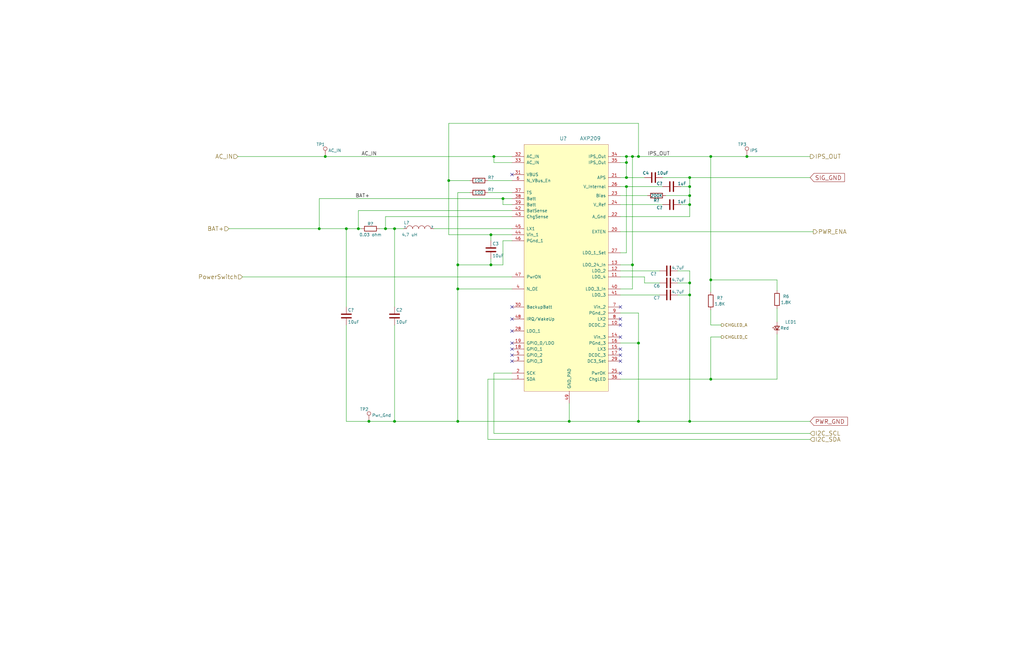
<source format=kicad_sch>
(kicad_sch (version 20210621) (generator eeschema)
  (paper "B")
  (title_block (title "ConnectBox CM4 Battery Board - 4 Batteries") (date "2022-01-05") (rev "1.7.4") (comment 1 "JRA"))
  (lib_symbols
    (symbol "Connector:TestPoint" (pin_numbers hide) (pin_names (offset 0.762) hide)
      (property "Reference" "TP" (at 0 6.858 0))
      (property "Value" "TestPoint" (at 0 5.08 0))
      (symbol "TestPoint_0_1"
        (circle (center 0 3.302) (radius 0.762))
      )
      (symbol "TestPoint_1_1"
        (pin passive line (at 0 0 90) (length 2.54) (name "1") (number "1"))
      )
    )
    (symbol "Custom_1:AXP209" (pin_names (offset 1.016))
      (property "Reference" "U" (at -6.35 40.64 0))
      (property "Value" "AXP209" (at 5.08 40.64 0))
      (symbol "AXP209_0_1"
        (rectangle (start -22.86 38.1) (end 12.7 -66.04) (stroke (width 0.0254)) (fill (type background)))
      )
      (symbol "AXP209_1_1"
        (pin input line (at -27.94 -60.96 0) (length 5.08) (name "SDA") (number "1"))
        (pin input line (at 17.78 -38.1 180) (length 5.08) (name "DCDC_2") (number "10"))
        (pin input line (at 17.78 -17.78 180) (length 5.08) (name "LDO_4") (number "11"))
        (pin input line (at 17.78 -15.24 180) (length 5.08) (name "LDO_2") (number "12"))
        (pin input line (at 17.78 -12.7 180) (length 5.08) (name "LDO_24_In") (number "13"))
        (pin input line (at 17.78 -43.18 180) (length 5.08) (name "Vin_3") (number "14"))
        (pin input line (at 17.78 -48.26 180) (length 5.08) (name "LX3") (number "15"))
        (pin input line (at 17.78 -45.72 180) (length 5.08) (name "PGnd_3") (number "16"))
        (pin input line (at 17.78 -50.8 180) (length 5.08) (name "DCDC_3") (number "17"))
        (pin input line (at -27.94 -48.26 0) (length 5.08) (name "GPIO_1") (number "18"))
        (pin input line (at -27.94 -45.72 0) (length 5.08) (name "GPIO_0/LDO") (number "19"))
        (pin input line (at -27.94 -58.42 0) (length 5.08) (name "SCK") (number "2"))
        (pin output line (at 17.78 1.27 180) (length 5.08) (name "EXTEN") (number "20"))
        (pin input line (at 17.78 24.13 180) (length 5.08) (name "APS") (number "21"))
        (pin input line (at 17.78 7.62 180) (length 5.08) (name "A_Gnd") (number "22"))
        (pin input line (at 17.78 16.51 180) (length 5.08) (name "Bias") (number "23"))
        (pin input line (at 17.78 12.7 180) (length 5.08) (name "V_Ref") (number "24"))
        (pin input line (at 17.78 -58.42 180) (length 5.08) (name "PwrOK") (number "25"))
        (pin input line (at 17.78 20.32 180) (length 5.08) (name "V_Internal") (number "26"))
        (pin input line (at 17.78 -7.62 180) (length 5.08) (name "LDO_1_Set") (number "27"))
        (pin input line (at -27.94 -40.64 0) (length 5.08) (name "LDO_1") (number "28"))
        (pin input line (at 17.78 -53.34 180) (length 5.08) (name "DC3_Set") (number "29"))
        (pin input line (at -27.94 -53.34 0) (length 5.08) (name "GPIO_3") (number "3"))
        (pin input line (at -27.94 -30.48 0) (length 5.08) (name "BackupBatt") (number "30"))
        (pin input line (at -27.94 25.4 0) (length 5.08) (name "VBUS") (number "31"))
        (pin input line (at -27.94 33.02 0) (length 5.08) (name "AC_IN") (number "32"))
        (pin input line (at -27.94 30.48 0) (length 5.08) (name "AC_IN") (number "33"))
        (pin input line (at 17.78 33.02 180) (length 5.08) (name "IPS_Out") (number "34"))
        (pin input line (at 17.78 30.48 180) (length 5.08) (name "IPS_Out") (number "35"))
        (pin input line (at 17.78 -60.96 180) (length 5.08) (name "ChgLED") (number "36"))
        (pin input line (at -27.94 17.78 0) (length 5.08) (name "TS") (number "37"))
        (pin input line (at -27.94 15.24 0) (length 5.08) (name "Batt") (number "38"))
        (pin input line (at -27.94 12.7 0) (length 5.08) (name "Batt") (number "39"))
        (pin input line (at -27.94 -22.86 0) (length 5.08) (name "N_OE") (number "4"))
        (pin input line (at 17.78 -22.86 180) (length 5.08) (name "LDO_3_In") (number "40"))
        (pin input line (at 17.78 -25.4 180) (length 5.08) (name "LDO_3") (number "41"))
        (pin input line (at -27.94 10.16 0) (length 5.08) (name "BatSense") (number "42"))
        (pin input line (at -27.94 7.62 0) (length 5.08) (name "ChgSense") (number "43"))
        (pin input line (at -27.94 0 0) (length 5.08) (name "Vin_1") (number "44"))
        (pin input line (at -27.94 2.54 0) (length 5.08) (name "LX1") (number "45"))
        (pin input line (at -27.94 -2.54 0) (length 5.08) (name "PGnd_1") (number "46"))
        (pin input line (at -27.94 -17.78 0) (length 5.08) (name "PwrON") (number "47"))
        (pin input line (at -27.94 -35.56 0) (length 5.08) (name "IRQ/WakeUp") (number "48"))
        (pin input line (at -3.81 -71.12 90) (length 5.08) (name "GND_PAD") (number "49"))
        (pin input line (at -27.94 -50.8 0) (length 5.08) (name "GPIO_2") (number "5"))
        (pin input line (at -27.94 22.86 0) (length 5.08) (name "N_VBus_En") (number "6"))
        (pin input line (at 17.78 -30.48 180) (length 5.08) (name "Vin_2") (number "7"))
        (pin input line (at 17.78 -35.56 180) (length 5.08) (name "LX2") (number "8"))
        (pin input line (at 17.78 -33.02 180) (length 5.08) (name "PGnd_2") (number "9"))
      )
    )
    (symbol "Custom_1:INDUCTOR" (pin_numbers hide) (pin_names (offset 0))
      (property "Reference" "L" (at 0 2.54 0))
      (property "Value" "INDUCTOR" (at 0 -1.27 0))
      (symbol "INDUCTOR_0_1"
        (arc (start -2.54 0) (end -5.08 0) (radius (at -3.81 0) (length 1.27) (angles 0.1 179.9)))
        (arc (start 0 0) (end -2.54 0) (radius (at -1.27 0) (length 1.27) (angles 0.1 179.9)))
        (arc (start 2.54 0) (end 0 0) (radius (at 1.27 0) (length 1.27) (angles 0.1 179.9)))
        (arc (start 5.08 0) (end 2.54 0) (radius (at 3.81 0) (length 1.27) (angles 0.1 179.9)))
      )
      (symbol "INDUCTOR_1_1"
        (pin input line (at -6.35 0 0) (length 1.27) (name "1") (number "1"))
        (pin input line (at 6.35 0 180) (length 1.27) (name "2") (number "2"))
      )
    )
    (symbol "Device:C" (pin_numbers hide) (pin_names (offset 0.254))
      (property "Reference" "C" (at 0.635 2.54 0))
      (property "Value" "C" (at 0.635 -2.54 0))
      (symbol "C_0_1"
        (polyline (pts (xy -2.032 -0.762) (xy 2.032 -0.762)) (stroke (width 0.508)))
        (polyline (pts (xy -2.032 0.762) (xy 2.032 0.762)) (stroke (width 0.508)))
      )
      (symbol "C_1_1"
        (pin passive line (at 0 3.81 270) (length 2.794) (name "~") (number "1"))
        (pin passive line (at 0 -3.81 90) (length 2.794) (name "~") (number "2"))
      )
    )
    (symbol "Device:LED_Small" (pin_numbers hide) (pin_names (offset 0.254) hide)
      (property "Reference" "D" (at -1.27 3.175 0))
      (property "Value" "LED_Small" (at -4.445 -2.54 0))
      (symbol "LED_Small_0_1"
        (polyline (pts (xy -0.762 -1.016) (xy -0.762 1.016)) (stroke (width 0.254)))
        (polyline (pts (xy 1.016 0) (xy -0.762 0)))
        (polyline (pts (xy 0.762 -1.016) (xy -0.762 0) (xy 0.762 1.016) (xy 0.762 -1.016)) (stroke (width 0.254)))
        (polyline (pts (xy 0 0.762) (xy -0.508 1.27) (xy -0.254 1.27) (xy -0.508 1.27) (xy -0.508 1.016)))
        (polyline (pts (xy 0.508 1.27) (xy 0 1.778) (xy 0.254 1.778) (xy 0 1.778) (xy 0 1.524)))
      )
      (symbol "LED_Small_1_1"
        (pin passive line (at -2.54 0 0) (length 1.778) (name "K") (number "1"))
        (pin passive line (at 2.54 0 180) (length 1.778) (name "A") (number "2"))
      )
    )
    (symbol "Device:R" (pin_numbers hide) (pin_names (offset 0))
      (property "Reference" "R" (at 2.032 0 90))
      (property "Value" "R" (at 0 0 90))
      (symbol "R_0_1"
        (rectangle (start -1.016 -2.54) (end 1.016 2.54) (stroke (width 0.254)))
      )
      (symbol "R_1_1"
        (pin passive line (at 0 3.81 270) (length 1.27) (name "~") (number "1"))
        (pin passive line (at 0 -3.81 90) (length 1.27) (name "~") (number "2"))
      )
    )
  )
  (junction (at 134.62 96.52) (diameter 1.016))
  (junction (at 137.16 66.04) (diameter 1.016))
  (junction (at 146.05 96.52) (diameter 1.016))
  (junction (at 151.13 96.52) (diameter 1.016))
  (junction (at 155.575 177.8) (diameter 1.016))
  (junction (at 162.56 96.52) (diameter 1.016))
  (junction (at 166.37 96.52) (diameter 1.016))
  (junction (at 166.37 177.8) (diameter 1.016))
  (junction (at 189.23 76.2) (diameter 1.016))
  (junction (at 193.04 111.76) (diameter 1.016))
  (junction (at 193.04 121.92) (diameter 1.016))
  (junction (at 193.04 177.8) (diameter 1.016))
  (junction (at 207.01 99.06) (diameter 1.016))
  (junction (at 207.01 111.76) (diameter 1.016))
  (junction (at 208.28 66.04) (diameter 1.016))
  (junction (at 212.09 83.82) (diameter 1.016))
  (junction (at 240.03 177.8) (diameter 1.016))
  (junction (at 264.16 66.04) (diameter 1.016))
  (junction (at 264.16 68.58) (diameter 1.016))
  (junction (at 264.16 74.93) (diameter 1.016))
  (junction (at 264.16 78.74) (diameter 1.016))
  (junction (at 266.7 66.04) (diameter 1.016))
  (junction (at 266.7 111.76) (diameter 1.016))
  (junction (at 269.24 66.04) (diameter 1.016))
  (junction (at 269.24 144.78) (diameter 1.016))
  (junction (at 269.24 177.8) (diameter 1.016))
  (junction (at 290.83 74.93) (diameter 1.016))
  (junction (at 290.83 78.74) (diameter 1.016))
  (junction (at 290.83 82.55) (diameter 1.016))
  (junction (at 290.83 86.36) (diameter 1.016))
  (junction (at 290.83 119.38) (diameter 1.016))
  (junction (at 290.83 124.46) (diameter 1.016))
  (junction (at 290.83 177.8) (diameter 1.016))
  (junction (at 299.72 66.04) (diameter 1.016))
  (junction (at 299.72 118.11) (diameter 1.016))
  (junction (at 299.72 160.02) (diameter 1.016))
  (junction (at 314.96 66.04) (diameter 1.016))
  (no_connect (at 215.9 73.66))
  (no_connect (at 215.9 129.54))
  (no_connect (at 215.9 134.62))
  (no_connect (at 215.9 139.7))
  (no_connect (at 215.9 144.78))
  (no_connect (at 215.9 147.32))
  (no_connect (at 215.9 149.86))
  (no_connect (at 215.9 152.4))
  (no_connect (at 261.62 129.54))
  (no_connect (at 261.62 134.62))
  (no_connect (at 261.62 137.16))
  (no_connect (at 261.62 142.24))
  (no_connect (at 261.62 147.32))
  (no_connect (at 261.62 149.86))
  (no_connect (at 261.62 152.4))
  (no_connect (at 261.62 157.48))
  (wire (pts (xy 96.52 96.52) (xy 134.62 96.52)))
  (wire (pts (xy 100.33 66.04) (xy 137.16 66.04)))
  (wire (pts (xy 134.62 83.82) (xy 134.62 96.52)))
  (wire (pts (xy 134.62 83.82) (xy 212.09 83.82)))
  (wire (pts (xy 134.62 96.52) (xy 146.05 96.52)))
  (wire (pts (xy 137.16 66.04) (xy 208.28 66.04)))
  (wire (pts (xy 146.05 96.52) (xy 151.13 96.52)))
  (wire (pts (xy 146.05 129.54) (xy 146.05 96.52)))
  (wire (pts (xy 146.05 137.16) (xy 146.05 177.8)))
  (wire (pts (xy 151.13 88.9) (xy 215.9 88.9)))
  (wire (pts (xy 151.13 96.52) (xy 151.13 88.9)))
  (wire (pts (xy 151.13 96.52) (xy 152.4 96.52)))
  (wire (pts (xy 155.575 177.8) (xy 146.05 177.8)))
  (wire (pts (xy 160.02 96.52) (xy 162.56 96.52)))
  (wire (pts (xy 162.56 91.44) (xy 162.56 96.52)))
  (wire (pts (xy 162.56 96.52) (xy 166.37 96.52)))
  (wire (pts (xy 166.37 96.52) (xy 166.37 129.54)))
  (wire (pts (xy 166.37 96.52) (xy 170.18 96.52)))
  (wire (pts (xy 166.37 177.8) (xy 155.575 177.8)))
  (wire (pts (xy 166.37 177.8) (xy 166.37 137.16)))
  (wire (pts (xy 166.37 177.8) (xy 193.04 177.8)))
  (wire (pts (xy 182.88 96.52) (xy 215.9 96.52)))
  (wire (pts (xy 189.23 52.07) (xy 189.23 76.2)))
  (wire (pts (xy 189.23 52.07) (xy 269.24 52.07)))
  (wire (pts (xy 189.23 76.2) (xy 189.23 99.06)))
  (wire (pts (xy 189.23 99.06) (xy 207.01 99.06)))
  (wire (pts (xy 193.04 81.28) (xy 193.04 111.76)))
  (wire (pts (xy 193.04 111.76) (xy 193.04 121.92)))
  (wire (pts (xy 193.04 121.92) (xy 193.04 177.8)))
  (wire (pts (xy 193.04 121.92) (xy 215.9 121.92)))
  (wire (pts (xy 193.04 177.8) (xy 240.03 177.8)))
  (wire (pts (xy 198.12 76.2) (xy 189.23 76.2)))
  (wire (pts (xy 198.12 81.28) (xy 193.04 81.28)))
  (wire (pts (xy 205.74 76.2) (xy 215.9 76.2)))
  (wire (pts (xy 205.74 81.28) (xy 215.9 81.28)))
  (wire (pts (xy 205.74 160.02) (xy 215.9 160.02)))
  (wire (pts (xy 205.74 185.42) (xy 205.74 160.02)))
  (wire (pts (xy 207.01 99.06) (xy 215.9 99.06)))
  (wire (pts (xy 207.01 101.6) (xy 207.01 99.06)))
  (wire (pts (xy 207.01 111.76) (xy 193.04 111.76)))
  (wire (pts (xy 207.01 111.76) (xy 207.01 109.22)))
  (wire (pts (xy 208.28 66.04) (xy 215.9 66.04)))
  (wire (pts (xy 208.28 68.58) (xy 208.28 66.04)))
  (wire (pts (xy 208.28 157.48) (xy 208.28 182.88)))
  (wire (pts (xy 208.28 182.88) (xy 341.63 182.88)))
  (wire (pts (xy 212.09 83.82) (xy 212.09 86.36)))
  (wire (pts (xy 212.09 83.82) (xy 215.9 83.82)))
  (wire (pts (xy 212.09 86.36) (xy 215.9 86.36)))
  (wire (pts (xy 212.09 101.6) (xy 212.09 111.76)))
  (wire (pts (xy 212.09 111.76) (xy 207.01 111.76)))
  (wire (pts (xy 215.9 68.58) (xy 208.28 68.58)))
  (wire (pts (xy 215.9 91.44) (xy 162.56 91.44)))
  (wire (pts (xy 215.9 101.6) (xy 212.09 101.6)))
  (wire (pts (xy 215.9 116.84) (xy 102.235 116.84)))
  (wire (pts (xy 215.9 157.48) (xy 208.28 157.48)))
  (wire (pts (xy 240.03 177.8) (xy 240.03 170.18)))
  (wire (pts (xy 261.62 68.58) (xy 264.16 68.58)))
  (wire (pts (xy 261.62 74.93) (xy 264.16 74.93)))
  (wire (pts (xy 261.62 78.74) (xy 264.16 78.74)))
  (wire (pts (xy 261.62 82.55) (xy 273.05 82.55)))
  (wire (pts (xy 261.62 91.44) (xy 290.83 91.44)))
  (wire (pts (xy 261.62 97.79) (xy 342.9 97.79)))
  (wire (pts (xy 261.62 106.68) (xy 264.16 106.68)))
  (wire (pts (xy 261.62 111.76) (xy 266.7 111.76)))
  (wire (pts (xy 261.62 114.3) (xy 278.13 114.3)))
  (wire (pts (xy 261.62 116.84) (xy 271.78 116.84)))
  (wire (pts (xy 261.62 124.46) (xy 278.13 124.46)))
  (wire (pts (xy 261.62 132.08) (xy 269.24 132.08)))
  (wire (pts (xy 261.62 144.78) (xy 269.24 144.78)))
  (wire (pts (xy 261.62 160.02) (xy 299.72 160.02)))
  (wire (pts (xy 264.16 66.04) (xy 261.62 66.04)))
  (wire (pts (xy 264.16 66.04) (xy 264.16 68.58)))
  (wire (pts (xy 264.16 68.58) (xy 264.16 74.93)))
  (wire (pts (xy 264.16 74.93) (xy 271.78 74.93)))
  (wire (pts (xy 264.16 78.74) (xy 279.4 78.74)))
  (wire (pts (xy 264.16 106.68) (xy 264.16 78.74)))
  (wire (pts (xy 266.7 66.04) (xy 264.16 66.04)))
  (wire (pts (xy 266.7 66.04) (xy 266.7 111.76)))
  (wire (pts (xy 266.7 111.76) (xy 266.7 121.92)))
  (wire (pts (xy 266.7 121.92) (xy 261.62 121.92)))
  (wire (pts (xy 269.24 52.07) (xy 269.24 66.04)))
  (wire (pts (xy 269.24 66.04) (xy 266.7 66.04)))
  (wire (pts (xy 269.24 66.04) (xy 299.72 66.04)))
  (wire (pts (xy 269.24 132.08) (xy 269.24 144.78)))
  (wire (pts (xy 269.24 144.78) (xy 269.24 177.8)))
  (wire (pts (xy 269.24 177.8) (xy 240.03 177.8)))
  (wire (pts (xy 269.24 177.8) (xy 290.83 177.8)))
  (wire (pts (xy 271.78 116.84) (xy 271.78 119.38)))
  (wire (pts (xy 271.78 119.38) (xy 278.13 119.38)))
  (wire (pts (xy 279.4 74.93) (xy 290.83 74.93)))
  (wire (pts (xy 279.4 86.36) (xy 261.62 86.36)))
  (wire (pts (xy 285.75 114.3) (xy 290.83 114.3)))
  (wire (pts (xy 285.75 119.38) (xy 290.83 119.38)))
  (wire (pts (xy 285.75 124.46) (xy 290.83 124.46)))
  (wire (pts (xy 290.83 74.93) (xy 290.83 78.74)))
  (wire (pts (xy 290.83 74.93) (xy 341.63 74.93)))
  (wire (pts (xy 290.83 78.74) (xy 287.02 78.74)))
  (wire (pts (xy 290.83 78.74) (xy 290.83 82.55)))
  (wire (pts (xy 290.83 82.55) (xy 280.67 82.55)))
  (wire (pts (xy 290.83 82.55) (xy 290.83 86.36)))
  (wire (pts (xy 290.83 86.36) (xy 287.02 86.36)))
  (wire (pts (xy 290.83 86.36) (xy 290.83 91.44)))
  (wire (pts (xy 290.83 114.3) (xy 290.83 119.38)))
  (wire (pts (xy 290.83 119.38) (xy 290.83 124.46)))
  (wire (pts (xy 290.83 124.46) (xy 290.83 177.8)))
  (wire (pts (xy 290.83 177.8) (xy 341.63 177.8)))
  (wire (pts (xy 299.72 66.04) (xy 299.72 118.11)))
  (wire (pts (xy 299.72 66.04) (xy 314.96 66.04)))
  (wire (pts (xy 299.72 118.11) (xy 299.72 123.19)))
  (wire (pts (xy 299.72 130.81) (xy 299.72 137.16)))
  (wire (pts (xy 299.72 137.16) (xy 304.165 137.16)))
  (wire (pts (xy 299.72 142.24) (xy 299.72 160.02)))
  (wire (pts (xy 299.72 142.24) (xy 304.165 142.24)))
  (wire (pts (xy 314.96 66.04) (xy 341.63 66.04)))
  (wire (pts (xy 327.66 118.11) (xy 299.72 118.11)))
  (wire (pts (xy 327.66 122.555) (xy 327.66 118.11)))
  (wire (pts (xy 327.66 130.175) (xy 327.66 135.89)))
  (wire (pts (xy 327.66 140.97) (xy 327.66 160.02)))
  (wire (pts (xy 327.66 160.02) (xy 299.72 160.02)))
  (wire (pts (xy 341.63 185.42) (xy 205.74 185.42)))
  (label "BAT+" (at 149.86 83.82 0) (effects (font (size 1.524 1.524))))
  (label "AC_IN" (at 152.4 66.04 0) (effects (font (size 1.524 1.524))))
  (label "IPS_OUT" (at 273.05 66.04 0) (effects (font (size 1.524 1.524))))
  (global_label "SIG_GND" (shape input) (at 341.63 74.93 0) (effects (font (size 1.778 1.778))) (property "Intersheet References" "${INTERSHEET_REFS}" (effects hide)))
  (global_label "PWR_GND" (shape input) (at 341.63 177.8 0) (effects (font (size 1.778 1.778))) (property "Intersheet References" "${INTERSHEET_REFS}" (effects hide)))
  (hierarchical_label "BAT+" (shape input) (at 96.52 96.52 180) (effects (font (size 1.778 1.778))))
  (hierarchical_label "AC_IN" (shape input) (at 100.33 66.04 180) (effects (font (size 1.778 1.778))))
  (hierarchical_label "PowerSwitch" (shape input) (at 102.235 116.84 180) (effects (font (size 1.778 1.778))))
  (hierarchical_label "CHGLED_A" (shape output) (at 304.165 137.16 0))
  (hierarchical_label "CHGLED_C" (shape output) (at 304.165 142.24 0))
  (hierarchical_label "IPS_OUT" (shape output) (at 341.63 66.04 0) (effects (font (size 1.778 1.778))))
  (hierarchical_label "I2C_SCL" (shape input) (at 341.63 182.88 0) (effects (font (size 1.778 1.778))))
  (hierarchical_label "I2C_SDA" (shape input) (at 341.63 185.42 0) (effects (font (size 1.778 1.778))))
  (hierarchical_label "PWR_ENA" (shape output) (at 342.9 97.79 0) (effects (font (size 1.778 1.778))))
  (symbol (lib_id "Connector:TestPoint") (at 137.16 66.04 0) (unit 1)
    (property "Reference" "TP1" (at 133.35 60.96 0) (effects (justify left)))
    (property "Value" "AC_IN" (at 138.43 63.5 0) (effects (justify left)))
    (property "Footprint" "TestPoint:TestPoint_THTPad_D1.5mm_Drill0.7mm" (effects hide))
  )
  (symbol (lib_id "Connector:TestPoint") (at 155.575 177.8 0) (unit 1)
    (property "Reference" "TP2" (at 151.765 172.72 0) (effects (justify left)))
    (property "Value" "Pwr_Gnd" (at 156.845 175.26 0) (effects (justify left)))
    (property "Footprint" "TestPoint:TestPoint_THTPad_D1.5mm_Drill0.7mm" (effects hide))
  )
  (symbol (lib_id "Connector:TestPoint") (at 314.96 66.04 0) (unit 1)
    (property "Reference" "TP3" (at 311.15 60.96 0) (effects (justify left)))
    (property "Value" "IPS" (at 316.23 63.5 0) (effects (justify left)))
    (property "Footprint" "TestPoint:TestPoint_THTPad_D1.5mm_Drill0.7mm" (effects hide))
  )
  (symbol (lib_id "Device:LED_Small") (at 327.66 138.43 90) (unit 1)
    (property "Reference" "LED1" (at 335.915 135.89 90) (effects (justify left)))
    (property "Value" "Red" (at 332.74 138.43 90) (effects (justify left)))
    (property "Footprint" "LED_SMD:LED_0603_1608Metric" (effects hide))
    (property "Manufacturer" "Lite-On Inc." (effects hide))
    (property "Manufacturer P/N" "LTST-C191KRKT" (effects hide))
    (property "Description" "LED RED CLEAR 0603 SMD" (effects hide))
    (property "DigiKey P/N" "160-1447-1-ND" (effects hide))
    (property "Type" "SMD" (effects hide))
  )
  (symbol (lib_id "Device:R") (at 156.21 96.52 90) (unit 1)
    (property "Reference" "R?" (at 156.21 94.488 90))
    (property "Value" "0.03 ohm" (at 156.21 99.06 90))
    (property "Footprint" "Resistor_SMD:R_0805_2012Metric" (effects hide))
    (property "Manufacturer" "Panasonic Electronic Components" (effects hide))
    (property "Manufacturer P/N" "ERJ-6CWFR030V" (effects hide))
    (property "Description" "RES 0.03 OHM 1% 1/2W 0805" (effects hide))
    (property "DigiKey P/N" "P19207CT-ND" (effects hide))
    (property "Type" "SMD" (effects hide))
  )
  (symbol (lib_id "Device:R") (at 201.93 76.2 270) (unit 1)
    (property "Reference" "R?" (at 207.01 74.93 90))
    (property "Value" "10K" (at 201.93 76.2 90))
    (property "Footprint" "Resistor_SMD:R_0603_1608Metric" (effects hide))
    (property "Manufacturer" "Yageo" (effects hide))
    (property "Manufacturer P/N" "RC0603FR-0710KL" (effects hide))
    (property "Description" "RES SMD 10K OHM 1% 1/8W 0603" (effects hide))
    (property "DigiKey P/N" "311-10.0KHRCT-ND" (effects hide))
    (property "Type" "SMD" (effects hide))
  )
  (symbol (lib_id "Device:R") (at 201.93 81.28 270) (unit 1)
    (property "Reference" "R?" (at 207.01 80.01 90))
    (property "Value" "100" (at 201.93 81.28 90))
    (property "Footprint" "Resistor_SMD:R_0603_1608Metric" (effects hide))
    (property "Manufacturer" "Yageo" (effects hide))
    (property "Manufacturer P/N" "RC06-3FR-07100RL" (effects hide))
    (property "Description" "RES SMD 100 OHM 1% 1/8W 0603" (effects hide))
    (property "DigiKey P/N" "311-100HRCT-ND" (effects hide))
    (property "Type" "SMD" (effects hide))
  )
  (symbol (lib_id "Device:R") (at 276.86 82.55 270) (unit 1)
    (property "Reference" "R?" (at 276.86 84.582 90))
    (property "Value" "200K" (at 276.86 82.55 90))
    (property "Footprint" "Resistor_SMD:R_0603_1608Metric" (effects hide))
    (property "Manufacturer" "Yageo" (effects hide))
    (property "Manufacturer P/N" "RC0603FR-07200KL" (effects hide))
    (property "Description" "RES SMD 200K OHM 1% 1/8W 0603" (effects hide))
    (property "DigiKey P/N" "311-200KHRCT-ND" (effects hide))
    (property "Type" "SMD" (effects hide))
  )
  (symbol (lib_id "Device:R") (at 299.72 127 0) (unit 1)
    (property "Reference" "R?" (at 303.53 125.73 0))
    (property "Value" "1.8K" (at 303.53 128.27 0))
    (property "Footprint" "Resistor_SMD:R_0603_1608Metric" (effects hide))
    (property "Manufacturer" "Yageo" (effects hide))
    (property "Manufacturer P/N" "RC0603FR-071K8L" (effects hide))
    (property "Description" "RES SMD 1.8K OHM 1% 1/8W 0603" (effects hide))
    (property "DigiKey P/N" "311-1.80KHRCT-ND" (effects hide))
    (property "Type" "SMD" (effects hide))
  )
  (symbol (lib_id "Device:R") (at 327.66 126.365 0) (unit 1)
    (property "Reference" "R6" (at 331.47 125.095 0))
    (property "Value" "1.8K" (at 331.47 127.635 0))
    (property "Footprint" "Resistor_SMD:R_0603_1608Metric" (effects hide))
    (property "Manufacturer" "Yageo" (effects hide))
    (property "Manufacturer P/N" "RC0603FR-071K8L" (effects hide))
    (property "Description" "RES SMD 1.8K OHM 1% 1/8W 0603" (effects hide))
    (property "DigiKey P/N" "311-1.80KHRCT-ND" (effects hide))
    (property "Type" "SMD" (effects hide))
  )
  (symbol (lib_id "Custom_1:INDUCTOR") (at 176.53 96.52 0) (unit 1)
    (property "Reference" "L?" (at 171.45 93.98 0))
    (property "Value" "4.7 uH" (at 172.72 99.06 0))
    (property "Footprint" "CustomComponents:INDUCTOR_SMD_6x6-1" (effects hide))
    (property "Manufacturer" "Taiyo Yuden" (effects hide))
    (property "Manufacturer P/N" "NR6028T4R7M" (effects hide))
    (property "Description" "FIXED IND 4.7UH 3A 40.3 MOHM SMD" (effects hide))
    (property "DigiKey P/N" "587-2100-1-ND" (effects hide))
    (property "Type" "SMD" (effects hide))
  )
  (symbol (lib_id "Device:C") (at 146.05 133.35 0) (unit 1)
    (property "Reference" "C?" (at 146.685 130.81 0) (effects (justify left)))
    (property "Value" "10uF" (at 146.685 135.89 0) (effects (justify left)))
    (property "Footprint" "Capacitor_SMD:C_0603_1608Metric" (effects hide))
    (property "Manufacturer" "Samsung Electro-Mechanics" (effects hide))
    (property "Manufacturer P/N" "C0603C106M9PACTU" (effects hide))
    (property "Description" "CAP CER 10UF 6.3V X5R 0603" (effects hide))
    (property "DigiKey P/N" "399-5504-1-ND " (effects hide))
    (property "Type" "SMD" (effects hide))
  )
  (symbol (lib_id "Device:C") (at 166.37 133.35 0) (unit 1)
    (property "Reference" "C2" (at 167.005 130.81 0) (effects (justify left)))
    (property "Value" "10uF" (at 167.005 135.89 0) (effects (justify left)))
    (property "Footprint" "Capacitor_SMD:C_0603_1608Metric" (effects hide))
    (property "Manufacturer" "Samsung Electro-Mechanics" (effects hide))
    (property "Manufacturer P/N" "C0603C106M9PACTU" (effects hide))
    (property "Description" "CAP CER 10UF 6.3V X5R 0603" (effects hide))
    (property "DigiKey P/N" "399-5504-1-ND " (effects hide))
    (property "Type" "SMD" (effects hide))
  )
  (symbol (lib_id "Device:C") (at 207.01 105.41 0) (unit 1)
    (property "Reference" "C3" (at 207.645 102.87 0) (effects (justify left)))
    (property "Value" "10uF" (at 207.645 107.95 0) (effects (justify left)))
    (property "Footprint" "Capacitor_SMD:C_0603_1608Metric" (effects hide))
    (property "Manufacturer" "Samsung Electro-Mechanics" (effects hide))
    (property "Manufacturer P/N" "C0603C106M9PACTU" (effects hide))
    (property "Description" "CAP CER 10UF 6.3V X5R 0603" (effects hide))
    (property "DigiKey P/N" "399-5504-1-ND " (effects hide))
    (property "Type" "SMD" (effects hide))
  )
  (symbol (lib_id "Device:C") (at 275.59 74.93 90) (unit 1)
    (property "Reference" "C4" (at 273.685 73.025 90) (effects (justify left)))
    (property "Value" "10uF" (at 281.94 73.025 90) (effects (justify left)))
    (property "Footprint" "Capacitor_SMD:C_0603_1608Metric" (effects hide))
    (property "Manufacturer" "Samsung Electro-Mechanics" (effects hide))
    (property "Manufacturer P/N" "C0603C106M9PACTU" (effects hide))
    (property "Description" "CAP CER 10UF 6.3V X5R 0603" (effects hide))
    (property "DigiKey P/N" "399-5504-1-ND " (effects hide))
    (property "Type" "SMD" (effects hide))
  )
  (symbol (lib_id "Device:C") (at 281.94 114.3 270) (unit 1)
    (property "Reference" "C?" (at 274.32 115.57 90) (effects (justify left)))
    (property "Value" "4.7uF" (at 283.21 113.03 90) (effects (justify left)))
    (property "Footprint" "Capacitor_SMD:C_0603_1608Metric" (effects hide))
    (property "Manufacturer" "KEMET" (effects hide))
    (property "Manufacturer P/N" "C0603C475K9PACTU" (effects hide))
    (property "Description" "CAP CER 4.7UF 6.3V X5R 0603" (effects hide))
    (property "DigiKey P/N" "399-3482-1-ND" (effects hide))
    (property "Type" "SMD" (effects hide))
  )
  (symbol (lib_id "Device:C") (at 281.94 119.38 270) (unit 1)
    (property "Reference" "C6" (at 275.59 120.65 90) (effects (justify left)))
    (property "Value" "4.7uF" (at 283.21 118.11 90) (effects (justify left)))
    (property "Footprint" "Capacitor_SMD:C_0603_1608Metric" (effects hide))
    (property "Manufacturer" "KEMET" (effects hide))
    (property "Manufacturer P/N" "C0603C475K9PACTU" (effects hide))
    (property "Description" "CAP CER 4.7UF 6.3V X5R 0603" (effects hide))
    (property "DigiKey P/N" "399-3482-1-ND" (effects hide))
    (property "Type" "SMD" (effects hide))
  )
  (symbol (lib_id "Device:C") (at 281.94 124.46 270) (unit 1)
    (property "Reference" "C7" (at 275.59 125.73 90) (effects (justify left)))
    (property "Value" "4.7uF" (at 283.21 123.19 90) (effects (justify left)))
    (property "Footprint" "Capacitor_SMD:C_0603_1608Metric" (effects hide))
    (property "Manufacturer" "KEMET" (effects hide))
    (property "Manufacturer P/N" "C0603C475K9PACTU" (effects hide))
    (property "Description" "CAP CER 4.7UF 6.3V X5R 0603" (effects hide))
    (property "DigiKey P/N" "399-3482-1-ND" (effects hide))
    (property "Type" "SMD" (effects hide))
  )
  (symbol (lib_id "Device:C") (at 283.21 78.74 270) (unit 1)
    (property "Reference" "C?" (at 276.86 77.47 90) (effects (justify left)))
    (property "Value" "1uF" (at 285.75 77.47 90) (effects (justify left)))
    (property "Footprint" "Capacitor_SMD:C_0603_1608Metric" (effects hide))
    (property "Manufacturer" "KEMET" (effects hide))
    (property "Manufacturer P/N" "C0603C105K9PACTU" (effects hide))
    (property "Description" "CAP CER 1UF 6.3V X5R 0603" (effects hide))
    (property "DigiKey P/N" "399-7848-1-ND" (effects hide))
    (property "Type" "SMD" (effects hide))
  )
  (symbol (lib_id "Device:C") (at 283.21 86.36 270) (unit 1)
    (property "Reference" "C?" (at 276.86 87.63 90) (effects (justify left)))
    (property "Value" "1uF" (at 285.75 85.09 90) (effects (justify left)))
    (property "Footprint" "Capacitor_SMD:C_0603_1608Metric" (effects hide))
    (property "Manufacturer" "KEMET" (effects hide))
    (property "Manufacturer P/N" "C0603C105K9PACTU" (effects hide))
    (property "Description" "CAP CER 1UF 6.3V X5R 0603" (effects hide))
    (property "DigiKey P/N" "399-7848-1-ND" (effects hide))
    (property "Type" "SMD" (effects hide))
  )
  (symbol (lib_id "Custom_1:AXP209") (at 243.84 99.06 0) (unit 1)
    (property "Reference" "U?" (at 237.49 58.42 0) (effects (font (size 1.524 1.524))))
    (property "Value" "AXP209" (at 248.92 58.42 0) (effects (font (size 1.524 1.524))))
    (property "Footprint" "CustomComponents:UQFN-48-1EP_6x6mm_Pitch0.4mm_75" (effects hide))
    (property "Manufacturer" "X-Powers" (effects hide))
    (property "Manufacturer P/N" "AXP209" (effects hide))
    (property "Description" "Enhanced single Cell Li-Battery and Power System Management IC" (effects hide))
    (property "DigiKey P/N" "http://www.kynix.com/Detail/120792/AXP209.html" (effects hide))
    (property "Type" "SMD" (effects hide))
  )
)
</source>
